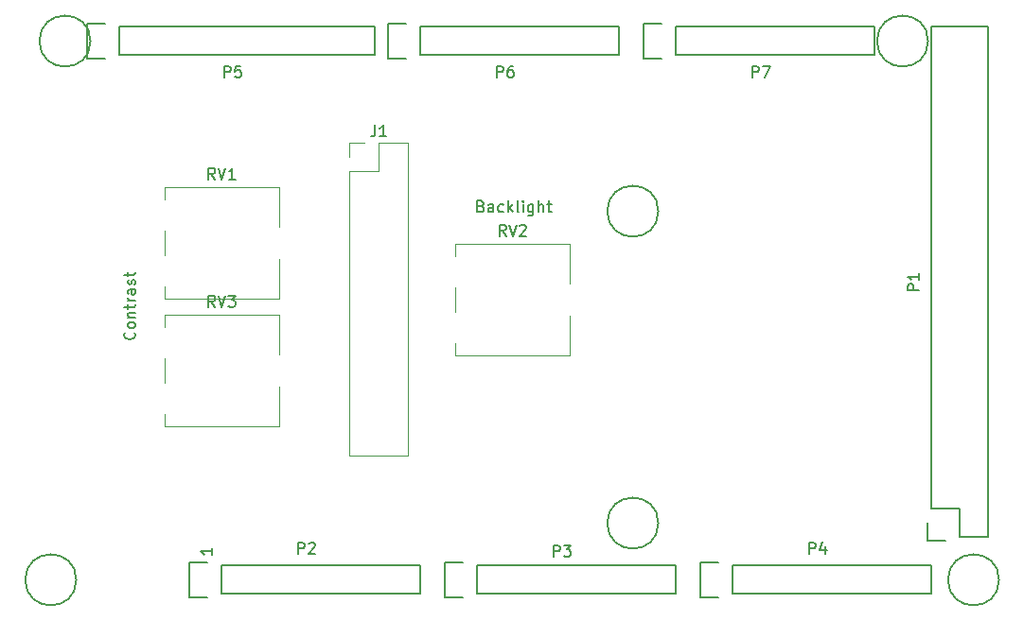
<source format=gbr>
%TF.GenerationSoftware,KiCad,Pcbnew,(5.1.10)-1*%
%TF.CreationDate,2021-08-01T12:21:12+02:00*%
%TF.ProjectId,t6963-mega-adapter,74363936-332d-46d6-9567-612d61646170,rev?*%
%TF.SameCoordinates,Original*%
%TF.FileFunction,Legend,Top*%
%TF.FilePolarity,Positive*%
%FSLAX46Y46*%
G04 Gerber Fmt 4.6, Leading zero omitted, Abs format (unit mm)*
G04 Created by KiCad (PCBNEW (5.1.10)-1) date 2021-08-01 12:21:12*
%MOMM*%
%LPD*%
G01*
G04 APERTURE LIST*
%ADD10C,0.150000*%
%ADD11C,0.120000*%
G04 APERTURE END LIST*
D10*
X155845238Y-85653571D02*
X155988095Y-85701190D01*
X156035714Y-85748809D01*
X156083333Y-85844047D01*
X156083333Y-85986904D01*
X156035714Y-86082142D01*
X155988095Y-86129761D01*
X155892857Y-86177380D01*
X155511904Y-86177380D01*
X155511904Y-85177380D01*
X155845238Y-85177380D01*
X155940476Y-85225000D01*
X155988095Y-85272619D01*
X156035714Y-85367857D01*
X156035714Y-85463095D01*
X155988095Y-85558333D01*
X155940476Y-85605952D01*
X155845238Y-85653571D01*
X155511904Y-85653571D01*
X156940476Y-86177380D02*
X156940476Y-85653571D01*
X156892857Y-85558333D01*
X156797619Y-85510714D01*
X156607142Y-85510714D01*
X156511904Y-85558333D01*
X156940476Y-86129761D02*
X156845238Y-86177380D01*
X156607142Y-86177380D01*
X156511904Y-86129761D01*
X156464285Y-86034523D01*
X156464285Y-85939285D01*
X156511904Y-85844047D01*
X156607142Y-85796428D01*
X156845238Y-85796428D01*
X156940476Y-85748809D01*
X157845238Y-86129761D02*
X157750000Y-86177380D01*
X157559523Y-86177380D01*
X157464285Y-86129761D01*
X157416666Y-86082142D01*
X157369047Y-85986904D01*
X157369047Y-85701190D01*
X157416666Y-85605952D01*
X157464285Y-85558333D01*
X157559523Y-85510714D01*
X157750000Y-85510714D01*
X157845238Y-85558333D01*
X158273809Y-86177380D02*
X158273809Y-85177380D01*
X158369047Y-85796428D02*
X158654761Y-86177380D01*
X158654761Y-85510714D02*
X158273809Y-85891666D01*
X159226190Y-86177380D02*
X159130952Y-86129761D01*
X159083333Y-86034523D01*
X159083333Y-85177380D01*
X159607142Y-86177380D02*
X159607142Y-85510714D01*
X159607142Y-85177380D02*
X159559523Y-85225000D01*
X159607142Y-85272619D01*
X159654761Y-85225000D01*
X159607142Y-85177380D01*
X159607142Y-85272619D01*
X160511904Y-85510714D02*
X160511904Y-86320238D01*
X160464285Y-86415476D01*
X160416666Y-86463095D01*
X160321428Y-86510714D01*
X160178571Y-86510714D01*
X160083333Y-86463095D01*
X160511904Y-86129761D02*
X160416666Y-86177380D01*
X160226190Y-86177380D01*
X160130952Y-86129761D01*
X160083333Y-86082142D01*
X160035714Y-85986904D01*
X160035714Y-85701190D01*
X160083333Y-85605952D01*
X160130952Y-85558333D01*
X160226190Y-85510714D01*
X160416666Y-85510714D01*
X160511904Y-85558333D01*
X160988095Y-86177380D02*
X160988095Y-85177380D01*
X161416666Y-86177380D02*
X161416666Y-85653571D01*
X161369047Y-85558333D01*
X161273809Y-85510714D01*
X161130952Y-85510714D01*
X161035714Y-85558333D01*
X160988095Y-85605952D01*
X161750000Y-85510714D02*
X162130952Y-85510714D01*
X161892857Y-85177380D02*
X161892857Y-86034523D01*
X161940476Y-86129761D01*
X162035714Y-86177380D01*
X162130952Y-86177380D01*
X124817142Y-96948333D02*
X124864761Y-96995952D01*
X124912380Y-97138809D01*
X124912380Y-97234047D01*
X124864761Y-97376904D01*
X124769523Y-97472142D01*
X124674285Y-97519761D01*
X124483809Y-97567380D01*
X124340952Y-97567380D01*
X124150476Y-97519761D01*
X124055238Y-97472142D01*
X123960000Y-97376904D01*
X123912380Y-97234047D01*
X123912380Y-97138809D01*
X123960000Y-96995952D01*
X124007619Y-96948333D01*
X124912380Y-96376904D02*
X124864761Y-96472142D01*
X124817142Y-96519761D01*
X124721904Y-96567380D01*
X124436190Y-96567380D01*
X124340952Y-96519761D01*
X124293333Y-96472142D01*
X124245714Y-96376904D01*
X124245714Y-96234047D01*
X124293333Y-96138809D01*
X124340952Y-96091190D01*
X124436190Y-96043571D01*
X124721904Y-96043571D01*
X124817142Y-96091190D01*
X124864761Y-96138809D01*
X124912380Y-96234047D01*
X124912380Y-96376904D01*
X124245714Y-95615000D02*
X124912380Y-95615000D01*
X124340952Y-95615000D02*
X124293333Y-95567380D01*
X124245714Y-95472142D01*
X124245714Y-95329285D01*
X124293333Y-95234047D01*
X124388571Y-95186428D01*
X124912380Y-95186428D01*
X124245714Y-94853095D02*
X124245714Y-94472142D01*
X123912380Y-94710238D02*
X124769523Y-94710238D01*
X124864761Y-94662619D01*
X124912380Y-94567380D01*
X124912380Y-94472142D01*
X124912380Y-94138809D02*
X124245714Y-94138809D01*
X124436190Y-94138809D02*
X124340952Y-94091190D01*
X124293333Y-94043571D01*
X124245714Y-93948333D01*
X124245714Y-93853095D01*
X124912380Y-93091190D02*
X124388571Y-93091190D01*
X124293333Y-93138809D01*
X124245714Y-93234047D01*
X124245714Y-93424523D01*
X124293333Y-93519761D01*
X124864761Y-93091190D02*
X124912380Y-93186428D01*
X124912380Y-93424523D01*
X124864761Y-93519761D01*
X124769523Y-93567380D01*
X124674285Y-93567380D01*
X124579047Y-93519761D01*
X124531428Y-93424523D01*
X124531428Y-93186428D01*
X124483809Y-93091190D01*
X124864761Y-92662619D02*
X124912380Y-92567380D01*
X124912380Y-92376904D01*
X124864761Y-92281666D01*
X124769523Y-92234047D01*
X124721904Y-92234047D01*
X124626666Y-92281666D01*
X124579047Y-92376904D01*
X124579047Y-92519761D01*
X124531428Y-92615000D01*
X124436190Y-92662619D01*
X124388571Y-92662619D01*
X124293333Y-92615000D01*
X124245714Y-92519761D01*
X124245714Y-92376904D01*
X124293333Y-92281666D01*
X124245714Y-91948333D02*
X124245714Y-91567380D01*
X123912380Y-91805476D02*
X124769523Y-91805476D01*
X124864761Y-91757857D01*
X124912380Y-91662619D01*
X124912380Y-91567380D01*
X131770380Y-116300285D02*
X131770380Y-116871714D01*
X131770380Y-116586000D02*
X130770380Y-116586000D01*
X130913238Y-116681238D01*
X131008476Y-116776476D01*
X131056095Y-116871714D01*
%TO.C,P1*%
X195808000Y-115596000D02*
X197358000Y-115596000D01*
X198628000Y-112776000D02*
X196088000Y-112776000D01*
X198628000Y-115316000D02*
X198628000Y-112776000D01*
X195808000Y-114046000D02*
X195808000Y-115596000D01*
X201168000Y-115316000D02*
X198628000Y-115316000D01*
X201168000Y-69596000D02*
X196088000Y-69596000D01*
X196088000Y-69596000D02*
X196088000Y-112776000D01*
X201168000Y-115316000D02*
X201168000Y-69596000D01*
%TO.C,P2*%
X129768000Y-117576000D02*
X129768000Y-120676000D01*
X131318000Y-117576000D02*
X129768000Y-117576000D01*
X132588000Y-120396000D02*
X132588000Y-117856000D01*
X129768000Y-120676000D02*
X131318000Y-120676000D01*
X150368000Y-117856000D02*
X132588000Y-117856000D01*
X150368000Y-120396000D02*
X150368000Y-117856000D01*
X132588000Y-120396000D02*
X150368000Y-120396000D01*
%TO.C,P3*%
X152628000Y-117576000D02*
X152628000Y-120676000D01*
X154178000Y-117576000D02*
X152628000Y-117576000D01*
X155448000Y-120396000D02*
X155448000Y-117856000D01*
X152628000Y-120676000D02*
X154178000Y-120676000D01*
X173228000Y-117856000D02*
X155448000Y-117856000D01*
X173228000Y-120396000D02*
X173228000Y-117856000D01*
X155448000Y-120396000D02*
X173228000Y-120396000D01*
%TO.C,P4*%
X175488000Y-117576000D02*
X175488000Y-120676000D01*
X177038000Y-117576000D02*
X175488000Y-117576000D01*
X178308000Y-120396000D02*
X178308000Y-117856000D01*
X175488000Y-120676000D02*
X177038000Y-120676000D01*
X196088000Y-117856000D02*
X178308000Y-117856000D01*
X196088000Y-120396000D02*
X196088000Y-117856000D01*
X178308000Y-120396000D02*
X196088000Y-120396000D01*
%TO.C,P5*%
X120624000Y-69316000D02*
X120624000Y-72416000D01*
X122174000Y-69316000D02*
X120624000Y-69316000D01*
X123444000Y-72136000D02*
X123444000Y-69596000D01*
X120624000Y-72416000D02*
X122174000Y-72416000D01*
X146304000Y-69596000D02*
X123444000Y-69596000D01*
X146304000Y-72136000D02*
X146304000Y-69596000D01*
X123444000Y-72136000D02*
X146304000Y-72136000D01*
%TO.C,P6*%
X147548000Y-69316000D02*
X147548000Y-72416000D01*
X149098000Y-69316000D02*
X147548000Y-69316000D01*
X150368000Y-72136000D02*
X150368000Y-69596000D01*
X147548000Y-72416000D02*
X149098000Y-72416000D01*
X168148000Y-69596000D02*
X150368000Y-69596000D01*
X168148000Y-72136000D02*
X168148000Y-69596000D01*
X150368000Y-72136000D02*
X168148000Y-72136000D01*
%TO.C,P7*%
X170408000Y-69316000D02*
X170408000Y-72416000D01*
X171958000Y-69316000D02*
X170408000Y-69316000D01*
X173228000Y-72136000D02*
X173228000Y-69596000D01*
X170408000Y-72416000D02*
X171958000Y-72416000D01*
X191008000Y-69596000D02*
X173228000Y-69596000D01*
X191008000Y-72136000D02*
X191008000Y-69596000D01*
X173228000Y-72136000D02*
X191008000Y-72136000D01*
%TO.C,P8*%
X119634000Y-119126000D02*
G75*
G03*
X119634000Y-119126000I-2286000J0D01*
G01*
%TO.C,P9*%
X171704000Y-114046000D02*
G75*
G03*
X171704000Y-114046000I-2286000J0D01*
G01*
%TO.C,P10*%
X202184000Y-119126000D02*
G75*
G03*
X202184000Y-119126000I-2286000J0D01*
G01*
%TO.C,P11*%
X120904000Y-70866000D02*
G75*
G03*
X120904000Y-70866000I-2286000J0D01*
G01*
%TO.C,P12*%
X171704000Y-86106000D02*
G75*
G03*
X171704000Y-86106000I-2286000J0D01*
G01*
%TO.C,P13*%
X195834000Y-70866000D02*
G75*
G03*
X195834000Y-70866000I-2286000J0D01*
G01*
D11*
%TO.C,J1*%
X144085000Y-108010000D02*
X149285000Y-108010000D01*
X144085000Y-82550000D02*
X144085000Y-108010000D01*
X149285000Y-79950000D02*
X149285000Y-108010000D01*
X144085000Y-82550000D02*
X146685000Y-82550000D01*
X146685000Y-82550000D02*
X146685000Y-79950000D01*
X146685000Y-79950000D02*
X149285000Y-79950000D01*
X144085000Y-81280000D02*
X144085000Y-79950000D01*
X144085000Y-79950000D02*
X145415000Y-79950000D01*
%TO.C,RV1*%
X137755000Y-90365000D02*
X137755000Y-93960000D01*
X137755000Y-83919000D02*
X137755000Y-87515000D01*
X127515000Y-92865000D02*
X127515000Y-93960000D01*
X127515000Y-87866000D02*
X127515000Y-90015000D01*
X127515000Y-83919000D02*
X127515000Y-85014000D01*
X127515000Y-93960000D02*
X137755000Y-93960000D01*
X127515000Y-83919000D02*
X137755000Y-83919000D01*
%TO.C,RV2*%
X153550000Y-88999000D02*
X163790000Y-88999000D01*
X153550000Y-99040000D02*
X163790000Y-99040000D01*
X153550000Y-88999000D02*
X153550000Y-90094000D01*
X153550000Y-92946000D02*
X153550000Y-95095000D01*
X153550000Y-97945000D02*
X153550000Y-99040000D01*
X163790000Y-88999000D02*
X163790000Y-92595000D01*
X163790000Y-95445000D02*
X163790000Y-99040000D01*
%TO.C,RV3*%
X127515000Y-95349000D02*
X137755000Y-95349000D01*
X127515000Y-105390000D02*
X137755000Y-105390000D01*
X127515000Y-95349000D02*
X127515000Y-96444000D01*
X127515000Y-99296000D02*
X127515000Y-101445000D01*
X127515000Y-104295000D02*
X127515000Y-105390000D01*
X137755000Y-95349000D02*
X137755000Y-98945000D01*
X137755000Y-101795000D02*
X137755000Y-105390000D01*
%TO.C,P1*%
D10*
X195016380Y-93194095D02*
X194016380Y-93194095D01*
X194016380Y-92813142D01*
X194064000Y-92717904D01*
X194111619Y-92670285D01*
X194206857Y-92622666D01*
X194349714Y-92622666D01*
X194444952Y-92670285D01*
X194492571Y-92717904D01*
X194540190Y-92813142D01*
X194540190Y-93194095D01*
X195016380Y-91670285D02*
X195016380Y-92241714D01*
X195016380Y-91956000D02*
X194016380Y-91956000D01*
X194159238Y-92051238D01*
X194254476Y-92146476D01*
X194302095Y-92241714D01*
%TO.C,P2*%
X139469904Y-116784380D02*
X139469904Y-115784380D01*
X139850857Y-115784380D01*
X139946095Y-115832000D01*
X139993714Y-115879619D01*
X140041333Y-115974857D01*
X140041333Y-116117714D01*
X139993714Y-116212952D01*
X139946095Y-116260571D01*
X139850857Y-116308190D01*
X139469904Y-116308190D01*
X140422285Y-115879619D02*
X140469904Y-115832000D01*
X140565142Y-115784380D01*
X140803238Y-115784380D01*
X140898476Y-115832000D01*
X140946095Y-115879619D01*
X140993714Y-115974857D01*
X140993714Y-116070095D01*
X140946095Y-116212952D01*
X140374666Y-116784380D01*
X140993714Y-116784380D01*
%TO.C,P3*%
X162329904Y-117038380D02*
X162329904Y-116038380D01*
X162710857Y-116038380D01*
X162806095Y-116086000D01*
X162853714Y-116133619D01*
X162901333Y-116228857D01*
X162901333Y-116371714D01*
X162853714Y-116466952D01*
X162806095Y-116514571D01*
X162710857Y-116562190D01*
X162329904Y-116562190D01*
X163234666Y-116038380D02*
X163853714Y-116038380D01*
X163520380Y-116419333D01*
X163663238Y-116419333D01*
X163758476Y-116466952D01*
X163806095Y-116514571D01*
X163853714Y-116609809D01*
X163853714Y-116847904D01*
X163806095Y-116943142D01*
X163758476Y-116990761D01*
X163663238Y-117038380D01*
X163377523Y-117038380D01*
X163282285Y-116990761D01*
X163234666Y-116943142D01*
%TO.C,P4*%
X185189904Y-116784380D02*
X185189904Y-115784380D01*
X185570857Y-115784380D01*
X185666095Y-115832000D01*
X185713714Y-115879619D01*
X185761333Y-115974857D01*
X185761333Y-116117714D01*
X185713714Y-116212952D01*
X185666095Y-116260571D01*
X185570857Y-116308190D01*
X185189904Y-116308190D01*
X186618476Y-116117714D02*
X186618476Y-116784380D01*
X186380380Y-115736761D02*
X186142285Y-116451047D01*
X186761333Y-116451047D01*
%TO.C,P5*%
X132865904Y-74112380D02*
X132865904Y-73112380D01*
X133246857Y-73112380D01*
X133342095Y-73160000D01*
X133389714Y-73207619D01*
X133437333Y-73302857D01*
X133437333Y-73445714D01*
X133389714Y-73540952D01*
X133342095Y-73588571D01*
X133246857Y-73636190D01*
X132865904Y-73636190D01*
X134342095Y-73112380D02*
X133865904Y-73112380D01*
X133818285Y-73588571D01*
X133865904Y-73540952D01*
X133961142Y-73493333D01*
X134199238Y-73493333D01*
X134294476Y-73540952D01*
X134342095Y-73588571D01*
X134389714Y-73683809D01*
X134389714Y-73921904D01*
X134342095Y-74017142D01*
X134294476Y-74064761D01*
X134199238Y-74112380D01*
X133961142Y-74112380D01*
X133865904Y-74064761D01*
X133818285Y-74017142D01*
%TO.C,P6*%
X157249904Y-74112380D02*
X157249904Y-73112380D01*
X157630857Y-73112380D01*
X157726095Y-73160000D01*
X157773714Y-73207619D01*
X157821333Y-73302857D01*
X157821333Y-73445714D01*
X157773714Y-73540952D01*
X157726095Y-73588571D01*
X157630857Y-73636190D01*
X157249904Y-73636190D01*
X158678476Y-73112380D02*
X158488000Y-73112380D01*
X158392761Y-73160000D01*
X158345142Y-73207619D01*
X158249904Y-73350476D01*
X158202285Y-73540952D01*
X158202285Y-73921904D01*
X158249904Y-74017142D01*
X158297523Y-74064761D01*
X158392761Y-74112380D01*
X158583238Y-74112380D01*
X158678476Y-74064761D01*
X158726095Y-74017142D01*
X158773714Y-73921904D01*
X158773714Y-73683809D01*
X158726095Y-73588571D01*
X158678476Y-73540952D01*
X158583238Y-73493333D01*
X158392761Y-73493333D01*
X158297523Y-73540952D01*
X158249904Y-73588571D01*
X158202285Y-73683809D01*
%TO.C,P7*%
X180109904Y-74112380D02*
X180109904Y-73112380D01*
X180490857Y-73112380D01*
X180586095Y-73160000D01*
X180633714Y-73207619D01*
X180681333Y-73302857D01*
X180681333Y-73445714D01*
X180633714Y-73540952D01*
X180586095Y-73588571D01*
X180490857Y-73636190D01*
X180109904Y-73636190D01*
X181014666Y-73112380D02*
X181681333Y-73112380D01*
X181252761Y-74112380D01*
%TO.C,J1*%
X146351666Y-78402380D02*
X146351666Y-79116666D01*
X146304047Y-79259523D01*
X146208809Y-79354761D01*
X146065952Y-79402380D01*
X145970714Y-79402380D01*
X147351666Y-79402380D02*
X146780238Y-79402380D01*
X147065952Y-79402380D02*
X147065952Y-78402380D01*
X146970714Y-78545238D01*
X146875476Y-78640476D01*
X146780238Y-78688095D01*
%TO.C,RV1*%
X132039761Y-83242380D02*
X131706428Y-82766190D01*
X131468333Y-83242380D02*
X131468333Y-82242380D01*
X131849285Y-82242380D01*
X131944523Y-82290000D01*
X131992142Y-82337619D01*
X132039761Y-82432857D01*
X132039761Y-82575714D01*
X131992142Y-82670952D01*
X131944523Y-82718571D01*
X131849285Y-82766190D01*
X131468333Y-82766190D01*
X132325476Y-82242380D02*
X132658809Y-83242380D01*
X132992142Y-82242380D01*
X133849285Y-83242380D02*
X133277857Y-83242380D01*
X133563571Y-83242380D02*
X133563571Y-82242380D01*
X133468333Y-82385238D01*
X133373095Y-82480476D01*
X133277857Y-82528095D01*
%TO.C,RV2*%
X158074761Y-88322380D02*
X157741428Y-87846190D01*
X157503333Y-88322380D02*
X157503333Y-87322380D01*
X157884285Y-87322380D01*
X157979523Y-87370000D01*
X158027142Y-87417619D01*
X158074761Y-87512857D01*
X158074761Y-87655714D01*
X158027142Y-87750952D01*
X157979523Y-87798571D01*
X157884285Y-87846190D01*
X157503333Y-87846190D01*
X158360476Y-87322380D02*
X158693809Y-88322380D01*
X159027142Y-87322380D01*
X159312857Y-87417619D02*
X159360476Y-87370000D01*
X159455714Y-87322380D01*
X159693809Y-87322380D01*
X159789047Y-87370000D01*
X159836666Y-87417619D01*
X159884285Y-87512857D01*
X159884285Y-87608095D01*
X159836666Y-87750952D01*
X159265238Y-88322380D01*
X159884285Y-88322380D01*
%TO.C,RV3*%
X132039761Y-94672380D02*
X131706428Y-94196190D01*
X131468333Y-94672380D02*
X131468333Y-93672380D01*
X131849285Y-93672380D01*
X131944523Y-93720000D01*
X131992142Y-93767619D01*
X132039761Y-93862857D01*
X132039761Y-94005714D01*
X131992142Y-94100952D01*
X131944523Y-94148571D01*
X131849285Y-94196190D01*
X131468333Y-94196190D01*
X132325476Y-93672380D02*
X132658809Y-94672380D01*
X132992142Y-93672380D01*
X133230238Y-93672380D02*
X133849285Y-93672380D01*
X133515952Y-94053333D01*
X133658809Y-94053333D01*
X133754047Y-94100952D01*
X133801666Y-94148571D01*
X133849285Y-94243809D01*
X133849285Y-94481904D01*
X133801666Y-94577142D01*
X133754047Y-94624761D01*
X133658809Y-94672380D01*
X133373095Y-94672380D01*
X133277857Y-94624761D01*
X133230238Y-94577142D01*
%TD*%
M02*

</source>
